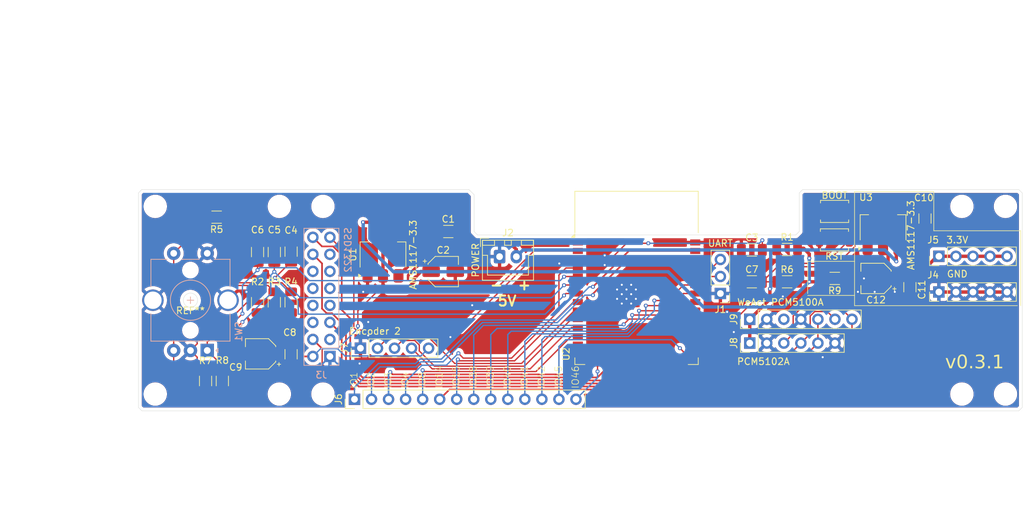
<source format=kicad_pcb>
(kicad_pcb (version 20241229) (generator "pcbnew") (generator_version "9.0")
  (layers (0 "F.Cu" signal) (2 "B.Cu" signal) (13 "F.Paste" user) (15 "B.Paste" user) (5 "F.SilkS" user "F.Silkscreen") (7 "B.SilkS" user "B.Silkscreen") (1 "F.Mask" user) (3 "B.Mask" user) (25 "Edge.Cuts" user))
  (net 0 "")
  (net 1 "GND")
  (net 2 "CHIP_PU")
  (net 3 "GPIO0")
  (net 4 "V_in")
  (net 5 "3.3V")
  (net 6 "RXD0")
  (net 7 "TXD0")
  (net 8 "3.3V_2")
  (net 9 "GPIO8")
  (net 10 "GPIO15")
  (net 11 "GPIO41")
  (net 12 "GPIO46")
  (net 13 "GPIO4")
  (net 14 "GPIO40")
  (net 15 "GPIO2")
  (net 16 "GPIO39")
  (net 17 "GPIO3")
  (net 18 "GPIO14")
  (net 19 "GPIO1")
  (net 20 "GPIO38")
  (net 21 "GPIO45")
  (net 22 "GPIO42")
  (net 23 "SCLK")
  (net 24 "{slash}CS")
  (net 25 "{slash}DC")
  (net 26 "MOSI")
  (net 27 "BCK")
  (net 28 "LCK")
  (net 29 "DIN")
  (net 30 "S1E1")
  (net 31 "S2E1")
  (net 32 "K_E1")
  (net 33 "K_E2")
  (net 34 "S1E2")
  (net 35 "S2E2")
  (net 36 "Net-(R3-Pad2)")
  (net 37 "Net-(R4-Pad2)")
  (net 48 "Net-(R2-Pad2)")
  (footprint "MountingHole:MountingHole_2.5mm" (layer "F.Cu") (at 205 52.5)
    (property "Reference" "REF**" (hide yes))
    (property "Value" "MountingHole_2.5mm" (hide yes))
  )
  (footprint "Resistor_SMD:R_1206_3216Metric_Pad1.30x1.75mm_HandSolder" (layer "F.Cu") (at 88.25 78.55 90)
    (property "Reference" "R8")
    (property "Value" "10k")
  )
  (footprint "Capacitor_SMD:C_1206_3216Metric_Pad1.33x1.80mm_HandSolder" (layer "F.Cu") (at 93.5 59.3125 90)
    (property "Reference" "C6")
    (property "Value" "100n")
  )
  (footprint "Package_TO_SOT_SMD:SOT-223-3_TabPin2" (layer "F.Cu") (at 186.75 55.65 90)
    (property "Reference" "U3")
    (property "Value" "AMS1117-3.3")
  )
  (footprint "Capacitor_SMD:C_1206_3216Metric_Pad1.33x1.80mm_HandSolder" (layer "F.Cu") (at 98.5 59.25 90)
    (property "Reference" "C4")
    (property "Value" "100n")
  )
  (footprint "MountingHole:MountingHole_2.5mm" (layer "F.Cu") (at 96.75 52.5)
    (property "Reference" "REF**" (hide yes))
    (property "Value" "MountingHole_2.5mm" (hide yes))
  )
  (footprint "RF_Module:ESP32-S3-WROOM-1" (layer "F.Cu") (at 150 63.14)
    (property "Reference" "U2")
    (property "Value" "ESP32-S3-WROOM-1" (hide yes))
  )
  (footprint "" (layer "F.Cu") (at 83.5 62)
    (property "Reference" "")
    (property "Value" "")
  )
  (footprint "Capacitor_SMD:C_1206_3216Metric_Pad1.33x1.80mm_HandSolder" (layer "F.Cu") (at 98.5 74.5625 -90)
    (property "Reference" "C8")
    (property "Value" "100n")
  )
  (footprint "Connector_PinHeader_2.54mm:PinHeader_1x05_P2.54mm_Vertical" (layer "F.Cu") (at 195.072 59.944 90)
    (property "Reference" "J5")
    (property "Value" "3.3V")
  )
  (footprint "Package_TO_SOT_SMD:SOT-223-3_TabPin2" (layer "F.Cu") (at 112.2 59.715 90)
    (property "Reference" "U1")
    (property "Value" "AMS1117-3.3")
  )
  (footprint "Connector_PinHeader_2.54mm:PinHeader_1x05_P2.54mm_Vertical" (layer "F.Cu") (at 195.072 65.278 90)
    (property "Reference" "J4")
    (property "Value" "GND")
  )
  (footprint "Connector_PinHeader_2.54mm:PinHeader_1x14_P2.54mm_Vertical" (layer "F.Cu") (at 107.95 81.28 90)
    (property "Reference" "J6")
    (property "Value" "GPIO")
  )
  (footprint "MountingHole:MountingHole_2.5mm" (layer "F.Cu") (at 205 80.5)
    (property "Reference" "REF**" (hide yes))
    (property "Value" "MountingHole_2.5mm" (hide yes))
  )
  (footprint "Resistor_SMD:R_1206_3216Metric_Pad1.30x1.75mm_HandSolder" (layer "F.Cu") (at 98.5 66.8 90)
    (property "Reference" "R4")
    (property "Value" "10k")
  )
  (footprint "Connector_PinHeader_2.54mm:PinHeader_1x05_P2.54mm_Vertical" (layer "F.Cu") (at 108.84 73.66 90)
    (property "Reference" "J7")
    (property "Value" "Encoder 2")
  )
  (footprint "Button_Switch_SMD:SW_SPST_TS-1088-xR025" (layer "F.Cu") (at 179.525 53.25)
    (property "Reference" "S2" (hide yes))
    (property "Value" "BOOT")
  )
  (footprint "Capacitor_SMD:C_1206_3216Metric_Pad1.33x1.80mm_HandSolder" (layer "F.Cu") (at 193 54.3125 -90)
    (property "Reference" "C10")
    (property "Value" "100n")
  )
  (footprint "Connector_PinHeader_2.54mm:PinHeader_1x06_P2.54mm_Vertical" (layer "F.Cu") (at 166.878 72.898 90)
    (property "Reference" "J8")
    (property "Value" "PCM5102A")
  )
  (footprint "MountingHole:MountingHole_2.5mm" (layer "F.Cu") (at 103.25 52.5)
    (property "Reference" "REF**" (hide yes))
    (property "Value" "MountingHole_2.5mm" (hide yes))
  )
  (footprint "Resistor_SMD:R_1206_3216Metric_Pad1.30x1.75mm_HandSolder" (layer "F.Cu") (at 179.552 63.246 180)
    (property "Reference" "R9")
    (property "Value" "10R")
  )
  (footprint "Resistor_SMD:R_1206_3216Metric_Pad1.30x1.75mm_HandSolder" (layer "F.Cu") (at 87.402 54.102 180)
    (property "Reference" "R5")
    (property "Value" "10k")
  )
  (footprint "Capacitor_SMD:CP_Elec_4x3.9" (layer "F.Cu") (at 121.18 62.23)
    (property "Reference" "C2")
    (property "Value" "10u")
  )
  (footprint "Capacitor_SMD:CP_Elec_4x3.9" (layer "F.Cu") (at 185.7 63.25 180)
    (property "Reference" "C12")
    (property "Value" "10u")
  )
  (footprint "MountingHole:MountingHole_2.5mm" (layer "F.Cu") (at 78.25 80.5)
    (property "Reference" "REF**" (hide yes))
    (property "Value" "MountingHole_2.5mm" (hide yes))
  )
  (footprint "MountingHole:MountingHole_2.5mm" (layer "F.Cu") (at 103.25 80.5)
    (property "Reference" "REF**" (hide yes))
    (property "Value" "MountingHole_2.5mm" (hide yes))
  )
  (footprint "Capacitor_SMD:C_1206_3216Metric_Pad1.33x1.80mm_HandSolder" (layer "F.Cu") (at 190.75 64.5545 -90)
    (property "Reference" "C11")
    (property "Value" "100n")
  )
  (footprint "Capacitor_SMD:C_1206_3216Metric_Pad1.33x1.80mm_HandSolder" (layer "F.Cu") (at 167.1875 59)
    (property "Reference" "C3")
    (property "Value" "100n")
  )
  (footprint "Resistor_SMD:R_1206_3216Metric_Pad1.30x1.75mm_HandSolder" (layer "F.Cu") (at 93.5 66.8 90)
    (property "Reference" "R2")
    (property "Value" "10k")
  )
  (footprint "Resistor_SMD:R_1206_3216Metric_Pad1.30x1.75mm_HandSolder" (layer "F.Cu") (at 85.75 78.55 90)
    (property "Reference" "R7")
    (property "Value" "10k")
  )
  (footprint "Resistor_SMD:R_1206_3216Metric_Pad1.30x1.75mm_HandSolder" (layer "F.Cu") (at 172.45 58.928)
    (property "Reference" "R1")
    (property "Value" "10k")
  )
  (footprint "Capacitor_SMD:C_1206_3216Metric_Pad1.33x1.80mm_HandSolder" (layer "F.Cu") (at 96 59.3125 90)
    (property "Reference" "C5")
    (property "Value" "100n")
  )
  (footprint "MountingHole:MountingHole_2.5mm" (layer "F.Cu") (at 96.75 80.5)
    (property "Reference" "REF**" (hide yes))
    (property "Value" "MountingHole_2.5mm" (hide yes))
  )
  (footprint "Capacitor_SMD:C_1206_3216Metric_Pad1.33x1.80mm_HandSolder" (layer "F.Cu") (at 121.9375 56.25)
    (property "Reference" "C1")
    (property "Value" "100n")
  )
  (footprint "MountingHole:MountingHole_2.5mm" (layer "F.Cu") (at 198.5 52.5)
    (property "Reference" "REF**" (hide yes))
    (property "Value" "MountingHole_2.5mm" (hide yes))
  )
  (footprint "MountingHole:MountingHole_2.5mm" (layer "F.Cu") (at 78.25 52.5)
    (property "Reference" "REF**" (hide yes))
    (property "Value" "MountingHole_2.5mm" (hide yes))
  )
  (footprint "MountingHole:MountingHole_2.5mm" (layer "F.Cu") (at 198.5 80.5)
    (property "Reference" "REF**" (hide yes))
    (property "Value" "MountingHole_2.5mm" (hide yes))
  )
  (footprint "Capacitor_SMD:C_1206_3216Metric_Pad1.33x1.80mm_HandSolder" (layer "F.Cu") (at 167.1875 63.75)
    (property "Reference" "C7")
    (property "Value" "100n")
  )
  (footprint "Resistor_SMD:R_1206_3216Metric_Pad1.30x1.75mm_HandSolder" (layer "F.Cu") (at 96 66.8 90)
    (property "Reference" "R3")
    (property "Value" "10k")
  )
  (footprint "Resistor_SMD:R_1206_3216Metric_Pad1.30x1.75mm_HandSolder" (layer "F.Cu") (at 172.45 63.75)
    (property "Reference" "R6")
    (property "Value" "10k")
  )
  (footprint "Connector_PinHeader_2.54mm:PinHeader_1x03_P2.54mm_Vertical" (layer "F.Cu") (at 162.5 65.5 180)
    (property "Reference" "J1")
    (property "Value" "UART")
  )
  (footprint "Connector_JST:JST_XH_B2B-XH-A_1x02_P2.50mm_Vertical" (layer "F.Cu") (at 129.58 60)
    (property "Reference" "J2")
    (property "Value" "POWER")
  )
  (footprint "Button_Switch_SMD:SW_SPST_TS-1088-xR025" (layer "F.Cu") (at 179.5 57.5)
    (property "Reference" "S1" (hide yes))
    (property "Value" "RST")
  )
  (footprint "Connector_PinHeader_2.54mm:PinHeader_1x07_P2.54mm_Vertical" (layer "F.Cu") (at 166.878 69.342 90)
    (property "Reference" "J9")
    (property "Value" "WeAct PCM5100A")
  )
  (footprint "MountingHole:MountingHole_2mm" (layer "F.Cu") (at 83.5 71)
    (property "Reference" "REF**")
    (property "Value" "MountingHole_2mm")
  )
  (footprint "Capacitor_SMD:CP_Elec_4x3.9" (layer "F.Cu") (at 93.95 74.5 180)
    (property "Reference" "C9")
    (property "Value" "10u")
  )
  (footprint "Connector_PinSocket_2.54mm:PinSocket_2x08_P2.54mm_Vertical" (layer "B.Cu") (at 104.29 74.89)
    (property "Reference" "J3")
    (property "Value" "SSD1322")
  )
  (footprint "Rotary_Encoder:RotaryEncoder_Alps_EC11E-Switch_Vertical_H20mm_CircularMountingHoles" (layer "B.Cu") (at 86 74 90)
    (property "Reference" "SW1")
    (property "Value" "RotaryEncoder_Switch_MP")
  )
  (gr_line (start 182.5 50.292) (end 182.5 67.31) (stroke (width 0.1)) (layer "F.SilkS"))
  (gr_line (start 182.5 67.31) (end 206.764 67.31) (stroke (width 0.1)) (layer "F.SilkS"))
  (gr_line (start 182.5 60.706) (end 175.514 60.706) (stroke (width 0.1)) (layer "F.SilkS"))
  (gr_line (start 207.264 67.31) (end 207.264 56.134) (stroke (width 0.1)) (layer "F.SilkS"))
  (gr_line (start 194.31 56.134) (end 194.31 50.292) (stroke (width 0.1)) (layer "F.SilkS"))
  (gr_line (start 194.31 50.292) (end 182.5 50.292) (stroke (width 0.1)) (layer "F.SilkS"))
  (gr_line (start 207.264 56.134) (end 194.31 56.134) (stroke (width 0.1)) (layer "F.SilkS"))
  (gr_line (start 175.514 65.786) (end 182.5 65.786) (stroke (width 0.1)) (layer "F.SilkS"))
  (gr_line (start 175.514 60.706) (end 175.514 65.502) (stroke (width 0.1)) (layer "F.SilkS"))
  (gr_line (start 76.25 49.971) (end 125 49.971) (stroke (width 0.05)) (layer "Edge.Cuts"))
  (gr_line (start 207 83) (end 76.25 83) (stroke (width 0.05)) (layer "Edge.Cuts"))
  (gr_line (start 174.75 50) (end 207 50) (stroke (width 0.05)) (layer "Edge.Cuts"))
  (gr_line (start 126.279 56.75) (end 173.75 56.75) (stroke (width 0.05)) (layer "Edge.Cuts"))
  (gr_line (start 174.25 56.25) (end 174.25 50.5) (stroke (width 0.05)) (layer "Edge.Cuts"))
  (gr_line (start 125.779 56.25) (end 126.279 56.75) (stroke (width 0.05)) (layer "Edge.Cuts"))
  (gr_line (start 75.75 82.5) (end 75.75 50.5) (stroke (width 0.05)) (layer "Edge.Cuts"))
  (gr_line (start 125.779 50.75) (end 125.779 56.25) (stroke (width 0.05)) (layer "Edge.Cuts"))
  (gr_line (start 207 50) (end 207.5 50.5) (stroke (width 0.05)) (layer "Edge.Cuts"))
  (gr_line (start 207.5 82.5) (end 207 83) (stroke (width 0.05)) (layer "Edge.Cuts"))
  (gr_line (start 76.25 83) (end 75.75 82.5) (stroke (width 0.05)) (layer "Edge.Cuts"))
  (gr_line (start 173.75 56.75) (end 174.25 56.25) (stroke (width 0.05)) (layer "Edge.Cuts"))
  (gr_line (start 174.25 50.5) (end 174.75 50) (stroke (width 0.05)) (layer "Edge.Cuts"))
  (gr_line (start 125 49.971) (end 125.779 50.75) (stroke (width 0.05)) (layer "Edge.Cuts"))
  (gr_line (start 75.75 50.5) (end 76.25 49.971) (stroke (width 0.05)) (layer "Edge.Cuts"))
  (gr_line (start 207.5 50.5) (end 207.5 82.5) (stroke (width 0.05)) (layer "Edge.Cuts"))
  (gr_circle (center 83.5 66.5) (end 84.25 65.75) (stroke (width 0.05)) (fill no) (layer "Edge.Cuts"))
  (gr_text "IO39" (at 128.778 79.756 90) (layer "F.SilkS") (effects (font (size 1 1) (thickness 0.1)) (justify left bottom)))
  (gr_text "IO14" (at 121.158 79.756 90) (layer "F.SilkS") (effects (font (size 1 1) (thickness 0.1)) (justify left bottom)))
  (gr_text "IO38" (at 126.238 79.756 90) (layer "F.SilkS") (effects (font (size 1 1) (thickness 0.1)) (justify left bottom)))
  (gr_text "IO1" (at 108.458 79.756 90) (layer "F.SilkS") (effects (font (size 1 1) (thickness 0.1)) (justify left bottom)))
  (gr_text "IO4" (at 116.078 79.756 90) (layer "F.SilkS") (effects (font (size 1 1) (thickness 0.1)) (justify left bottom)))
  (gr_text "v0.3.1" (at 196 77 0) (layer "F.SilkS") (effects (font (size 2 2)) (justify left bottom)))
  (gr_text "IO3" (at 113.538 79.756 90) (layer "F.SilkS") (effects (font (size 1 1) (thickness 0.1)) (justify left bottom)))
  (gr_text "IO41" (at 133.858 79.756 90) (layer "F.SilkS") (effects (font (size 1 1) (thickness 0.1)) (justify left bottom)))
  (gr_text "IO45" (at 138.938 79.756 90) (layer "F.SilkS") (effects (font (size 1 1) (thickness 0.1)) (justify left bottom)))
  (gr_text "IO40" (at 131.318 79.756 90) (layer "F.SilkS") (effects (font (size 1 1) (thickness 0.1)) (justify left bottom)))
  (gr_text "IO42" (at 136.398 79.756 90) (layer "F.SilkS") (effects (font (size 1 1) (thickness 0.1)) (justify left bottom)))
  (gr_text "IO46" (at 141.478 79.756 90) (layer "F.SilkS") (effects (font (size 1 1) (thickness 0.1)) (justify left bottom)))
  (gr_text "IO8" (at 118.618 79.756 90) (layer "F.SilkS") (effects (font (size 1 1) (thickness 0.1)) (justify left bottom)))
  (gr_text "IO15" (at 123.698 79.756 90) (layer "F.SilkS") (effects (font (size 1 1) (thickness 0.1)) (justify left bottom)))
  (gr_text "-  +\n 5V" (at 128 67.5 0) (layer "F.SilkS") (effects (font (size 1.5 1.5) (thickness 0.3) (bold yes)) (justify left bottom)))
  (gr_text "IO2\n" (at 110.998 79.756 90) (layer "F.SilkS") (effects (font (size 1 1) (thickness 0.1)) (justify left bottom)))
  (segment (start 90.35 65.25) (end 91.85 65.25) (width 0.2) (layer "F.Cu") (net 1))
  (segment (start 84.5 73) (end 84.5 72.5) (width 0.2) (layer "F.Cu") (net 1))
  (segment (start 89.1 66.5) (end 90.35 65.25) (width 0.2) (layer "F.Cu") (net 1))
  (segment (start 202.692 65.278) (end 200.152 65.278) (width 0.5) (layer "F.Cu") (net 1))
  (segment (start 200.152 65.278) (end 197.612 65.278) (width 0.5) (layer "F.Cu") (net 1))
  (segment (start 83.5 74) (end 84.5 73) (width 0.2) (layer "F.Cu") (net 1))
  (segment (start 108.84 73.66) (end 108.84 75.818) (width 0.25) (layer "F.Cu") (net 1))
  (segment (start 84.5 75) (end 84.5 75.75) (width 0.2) (layer "F.Cu") (net 1))
  (segment (start 205.232 65.278) (end 202.692 65.278) (width 0.5) (layer "F.Cu") (net 1))
  (segment (start 108.84 75.818) (end 108.712 75.946) (width 0.25) (layer "F.Cu") (net 1))
  (segment (start 197.612 65.278) (end 195.072 65.278) (width 0.5) (layer "F.Cu") (net 1))
  (segment (start 83.566 74.066) (end 83.5 74) (width 0.2) (layer "F.Cu") (net 1))
  (segment (start 83.5 74) (end 84.5 75) (width 0.2) (layer "F.Cu") (net 1))
  (via (at 109.25 65.25) (size 0.6) (drill 0.3) (layers "F.Cu" "B.Cu") (net 1))
  (via (at 145.25 61.25) (size 0.6) (drill 0.3) (layers "F.Cu" "B.Cu") (net 1))
  (via (at 183 65.25) (size 0.6) (drill 0.3) (layers "F.Cu" "B.Cu") (net 1))
  (via (at 185.5 65.25) (size 0.6) (drill 0.3) (layers "F.Cu" "B.Cu") (net 1))
  (via (at 122.25 72) (size 0.6) (drill 0.3) (layers "F.Cu" "B.Cu") (net 1))
  (via (at 138.481729 61.019999) (size 0.6) (drill 0.3) (layers "F.Cu" "B.Cu") (net 1))
  (via (at 183.9 63.25) (size 0.6) (drill 0.3) (layers "F.Cu" "B.Cu") (net 1))
  (via (at 171.806423 65.935855) (size 0.6) (drill 0.3) (layers "F.Cu" "B.Cu") (net 1))
  (via (at 91.85 65.25) (size 0.6) (drill 0.3) (layers "F.Cu" "B.Cu") (net 1))
  (via (at 164.5 71.25) (size 0.6) (drill 0.3) (layers "F.Cu" "B.Cu") (net 1))
  (via (at 110 69.75) (size 0.6) (drill 0.3) (layers "F.Cu" "B.Cu") (net 1))
  (via (at 177.75 75) (size 0.6) (drill 0.3) (layers "F.Cu" "B.Cu") (net 1))
  (via (at 125.5 67.25) (size 0.6) (drill 0.3) (layers "F.Cu" "B.Cu") (net 1))
  (via (at 108.712 75.946) (size 0.6) (drill 0.3) (layers "F.Cu" "B.Cu") (net 1))
  (via (at 145.25 59.82) (size 0.6) (drill 0.3) (layers "F.Cu" "B.Cu") (net 1))
  (via (at 163.5 68.25) (size 0.6) (drill 0.3) (layers "F.Cu" "B.Cu") (net 1))
  (via (at 188.5 65.25) (size 0.6) (drill 0.3) (layers "F.Cu" "B.Cu") (net 1))
  (via (at 110 71.75) (size 0.6) (drill 0.3) (layers "F.Cu" "B.Cu") (net 1))
  (segment (start 104.29 74.89) (end 102.98 76.2) (width 0.25) (layer "B.Cu") (net 1))
  (segment (start 105.346 75.946) (end 104.29 74.89) (width 0.25) (layer "B.Cu") (net 1))
  (segment (start 108.712 75.946) (end 105.346 75.946) (width 0.25) (layer "B.Cu") (net 1))
  (segment (start 172.972 61) (end 178.225 61) (width 0.2) (layer "F.Cu") (net 2))
  (segment (start 146 60.42) (end 141.25 60.42) (width 0.2) (layer "F.Cu") (net 2))
  (segment (start 170.828 59) (end 170.9 58.928) (width 0.2) (layer "F.Cu") (net 2))
  (segment (start 123.812232 70.959) (end 108.209057 70.959) (width 0.2) (layer "F.Cu") (net 2))
  (segment (start 168.75 57.55) (end 168.75 59) (width 0.2) (layer "F.Cu") (net 2))
  (segment (start 146 60.42) (end 146.08 60.42) (width 0.2) (layer "F.Cu") (net 2))
  (segment (start 148.5 58) (end 151.75 58) (width 0.2) (layer "F.Cu") (net 2))
  (segment (start 146.08 60.42) (end 148.5 58) (width 0.2) (layer "F.Cu") (net 2))
  (segment (start 168.75 59) (end 170.828 59) (width 0.2) (layer "F.Cu") (net 2))
  (segment (start 134.351232 60.42) (end 123.812232 70.959) (width 0.2) (layer "F.Cu") (net 2))
  (segment (start 107.857 60.677) (end 104.29 57.11) (width 0.2) (layer "F.Cu") (net 2))
  (segment (start 108.209057 70.959) (end 107.857 70.606943) (width 0.2) (layer "F.Cu") (net 2))
  (segment (start 107.857 70.606943) (end 107.857 60.677) (width 0.2) (layer "F.Cu") (net 2))
  (segment (start 178.225 61) (end 181.725 57.5) (width 0.2) (layer "F.Cu") (net 2))
  (segment (start 141.25 60.42) (end 134.351232 60.42) (width 0.2) (layer "F.Cu") (net 2))
  (segment (start 170.9 58.928) (end 172.972 61) (width 0.2) (layer "F.Cu") (net 2))
  (segment (start 146.082 60.42) (end 146 60.42) (width 0.2) (layer "F.Cu") (net 2))
  (via (at 151.75 58) (size 0.6) (drill 0.3) (layers "F.Cu" "B.Cu") (net 2))
  (via (at 168.75 57.55) (size 0.6) (drill 0.3) (layers "F.Cu" "B.Cu") (net 2))
  (segment (start 167.25 58) (end 168.3 58) (width 0.2) (layer "B.Cu") (net 2))
  (segment (start 151.75 58) (end 167.25 58) (width 0.2) (layer "B.Cu") (net 2))
  (segment (start 168.3 58) (end 168.75 57.55) (width 0.2) (layer "B.Cu") (net 2))
  (segment (start 159.7 74.39) (end 158.75 74.39) (width 0.2) (layer "F.Cu") (net 3))
  (segment (start 168.75 63.75) (end 171 61.5) (width 0.2) (layer "F.Cu") (net 3))
  (segment (start 159.798 74.39) (end 158.75 74.39) (width 0.2) (layer "F.Cu") (net 3))
  (segment (start 168.75 63.75) (end 168.75 65.34) (width 0.2) (layer "F.Cu") (net 3))
  (segment (start 182.551 58.48516) (end 182.551 54.051) (width 0.2) (layer "F.Cu") (net 3))
  (segment (start 171 61.5) (end 179.53616 61.5) (width 0.2) (layer "F.Cu") (net 3))
  (segment (start 179.53616 61.5) (end 182.551 58.48516) (width 0.2) (layer "F.Cu") (net 3))
  (segment (start 168.75 63.75) (end 170.9 63.75) (width 0.2) (layer "F.Cu") (net 3))
  (segment (start 182.551 54.051) (end 181.75 53.25) (width 0.2) (layer "F.Cu") (net 3))
  (segment (start 168.75 65.34) (end 159.7 74.39) (width 0.2) (layer "F.Cu") (net 3))
  (segment (start 119.199 58.166) (end 114.5 62.865) (width 0.5) (layer "F.Cu") (net 4))
  (segment (start 119.199 58.166) (end 119.199 57.426) (width 0.5) (layer "F.Cu") (net 4))
  (segment (start 188.722 59.128) (end 189.05 58.8) (width 0.5) (layer "F.Cu") (net 4))
  (segment (start 188.722 60.706) (end 188.722 59.128) (width 0.5) (layer "F.Cu") (net 4))
  (segment (start 169.882184 64.800339) (end 169.882184 66.337816) (width 0.5) (layer "F.Cu") (net 4))
  (segment (start 189.05 58.8) (end 189.05 56.7) (width 0.5) (layer "F.Cu") (net 4))
  (segment (start 166.878 69.342) (end 166.878 72.898) (width 0.5) (layer "F.Cu") (net 4))
  (segment (start 169.882184 66.337816) (end 166.878 69.342) (width 0.5) (layer "F.Cu") (net 4))
  (segment (start 132.08 58.928) (end 131.318 58.166) (width 0.5) (layer "F.Cu") (net 4))
  (segment (start 131.318 58.166) (end 119.199 58.166) (width 0.5) (layer "F.Cu") (net 4))
  (segment (start 119.199 57.426) (end 120.375 56.25) (width 0.5) (layer "F.Cu") (net 4))
  (segment (start 132.08 60) (end 132.08 58.928) (width 0.5) (layer "F.Cu") (net 4))
  (segment (start 189.05 56.7) (end 193 52.75) (width 0.5) (layer "F.Cu") (net 4))
  (via (at 188.722 60.706) (size 0.6) (drill 0.3) (layers "F.Cu" "B.Cu") (net 4))
  (via (at 169.882184 64.800339) (size 0.6) (drill 0.3) (layers "F.Cu" "B.Cu") (net 4))
  (segment (start 170 64.682523) (end 169.882184 64.800339) (width 0.5) (layer "B.Cu") (net 4))
  (segment (start 175.25 59) (end 175.285925 59) (width 0.5) (layer "B.Cu") (net 4))
  (segment (start 133.08 59) (end 132.08 60) (width 0.5) (layer "B.Cu") (net 4))
  (segment (start 188.722 60.706) (end 187.016 59) (width 0.5) (layer "B.Cu") (net 4))
  (segment (start 187.016 59) (end 133.08 59) (width 0.5) (layer "B.Cu") (net 4))
  (segment (start 170 59) (end 170 64.682523) (width 0.5) (layer "B.Cu") (net 4))
  (segment (start 96 68.35) (end 98.5 68.35) (width 0.2) (layer "F.Cu") (net 5))
  (segment (start 175.75 59.598) (end 174.902 58.75) (width 0.5) (layer "F.Cu") (net 5))
  (segment (start 175.75 63.75) (end 174 63.75) (width 0.5) (layer "F.Cu") (net 5))
  (segment (start 113.03 65.024) (end 115.57 65.024) (width 0.5) (layer "F.Cu") (net 5))
  (segment (start 110.499 54.864) (end 112.2 56.565) (width 0.5) (layer "F.Cu") (net 5))
  (segment (start 115.57 65.024) (end 116.84 63.754) (width 0.5) (layer "F.Cu") (net 5))
  (segment (start 98.5 73) (end 97.25 73) (width 0.2) (layer "F.Cu") (net 5))
  (segment (start 112.2 56.565) (end 112.2 62.865) (width 0.5) (layer "F.Cu") (net 5))
  (segment (start 112.268 64.262) (end 113.03 65.024) (width 0.5) (layer "F.Cu") (net 5))
  (segment (start 99.655 74.89) (end 98.5 73.735) (width 0.25) (layer "F.Cu") (net 5))
  (segment (start 177.498 63.75) (end 178.002 63.246) (width 0.5) (layer "F.Cu") (net 5))
  (segment (start 116.84 63.754) (end 116.84 63.246) (width 0.5) (layer "F.Cu") (net 5))
  (segment (start 175.75 60.25) (end 175.75 59.598) (width 0.5) (layer "F.Cu") (net 5))
  (segment (start 93.5 68.35) (end 96 68.35) (width 0.2) (layer "F.Cu") (net 5))
  (segment (start 112.2 64.194) (end 112.268 64.262) (width 0.5) (layer "F.Cu") (net 5))
  (segment (start 98.5 68.35) (end 98.5 73) (width 0.2) (layer "F.Cu") (net 5))
  (segment (start 109.22 54.864) (end 110.499 54.864) (width 0.5) (layer "F.Cu") (net 5))
  (segment (start 117.856 62.23) (end 119.38 62.23) (width 0.5) (layer "F.Cu") (net 5))
  (segment (start 128.83376 65.024) (end 115.57 65.024) (width 0.2) (layer "F.Cu") (net 5))
  (segment (start 112.2 62.865) (end 112.2 64.194) (width 0.5) (layer "F.Cu") (net 5))
  (segment (start 116.84 63.246) (end 117.856 62.23) (width 0.5) (layer "F.Cu") (net 5))
  (segment (start 141.25 59.15) (end 134.70776 59.15) (width 0.2) (layer "F.Cu") (net 5))
  (segment (start 108.458 68.072) (end 112.268 64.262) (width 0.2) (layer "F.Cu") (net 5))
  (segment (start 119.04 62.57) (end 119.38 62.23) (width 0.5) (layer "F.Cu") (net 5))
  (segment (start 174.254 59.182) (end 174 58.928) (width 0.25) (layer "F.Cu") (net 5))
  (segment (start 97.25 73) (end 95.75 74.5) (width 0.2) (layer "F.Cu") (net 5))
  (segment (start 134.70776 59.15) (end 128.83376 65.024) (width 0.2) (layer "F.Cu") (net 5))
  (segment (start 99.655 74.89) (end 101.75 74.89) (width 0.25) (layer "F.Cu") (net 5))
  (segment (start 174.178 58.75) (end 174 58.928) (width 0.5) (layer "F.Cu") (net 5))
  (segment (start 98.5 73.735) (end 98.5 73) (width 0.25) (layer "F.Cu") (net 5))
  (segment (start 174.902 58.75) (end 174.178 58.75) (width 0.5) (layer "F.Cu") (net 5))
  (segment (start 174.004 63.754) (end 174 63.75) (width 0.25) (layer "F.Cu") (net 5))
  (segment (start 175.75 63.75) (end 177.498 63.75) (width 0.5) (layer "F.Cu") (net 5))
  (segment (start 108.458 70.358) (end 108.458 68.072) (width 0.2) (layer "F.Cu") (net 5))
  (via (at 175.75 63.75) (size 0.6) (drill 0.3) (layers "F.Cu" "B.Cu") (net 5))
  (via (at 109.22 54.864) (size 0.6) (drill 0.3) (layers "F.Cu" "B.Cu") (net 5))
  (via (at 175.75 60.25) (size 0.6) (drill 0.3) (layers "F.Cu" "B.Cu") (net 5))
  (via (at 108.458 70.358) (size 0.6) (drill 0.3) (layers "F.Cu" "B.Cu") (net 5))
  (segment (start 117.849 74.811) (end 106.513 74.811) (width 0.2) (layer "B.Cu") (net 5))
  (segment (start 108.458 70.722) (end 108.458 70.358) (width 0.2) (layer "B.Cu") (net 5))
  (segment (start 138.871925 62.25) (end 113.75 62.25) (width 0.5) (layer "B.Cu") (net 5))
  (segment (start 109.25 54.894) (end 109.22 54.864) (width 0.5) (layer "B.Cu") (net 5))
  (segment (start 106.513 74.811) (end 105.441 73.739) (width 0.2) (layer "B.Cu") (net 5))
  (segment (start 175.75 63.75) (end 175.75 60.25) (width 0.5) (layer "B.Cu") (net 5))
  (segment (start 172 67.5) (end 159.956 67.5) (width 0.5) (layer "B.Cu") (net 5))
  (segment (start 159.956 67.5) (end 154.706 62.25) (width 0.5) (layer "B.Cu") (net 5))
  (segment (start 113.75 62.25) (end 109.25 57.75) (width 0.5) (layer "B.Cu") (net 5))
  (segment (start 138.880925 62.241) (end 138.871925 62.25) (width 0.5) (layer "B.Cu") (net 5))
  (segment (start 105.441 73.739) (end 102.901 73.739) (width 0.2) (layer "B.Cu") (net 5))
  (segment (start 119 73.66) (end 117.849 74.811) (width 0.2) (layer "B.Cu") (net 5))
  (segment (start 105.441 73.739) (end 108.458 70.722) (width 0.2) (layer "B.Cu") (net 5))
  (segment (start 102.901 73.739) (end 101.75 74.89) (width 0.2) (layer "B.Cu") (net 5))
  (segment (start 154.706 62.25) (end 139.512075 62.25) (width 0.5) (layer "B.Cu") (net 5))
  (segment (start 109.25 57.75) (end 109.25 54.894) (width 0.5) (layer "B.Cu") (net 5))
  (segment (start 139.512075 62.25) (end 139.503075 62.241) (width 0.5) (layer "B.Cu") (net 5))
  (segment (start 175.75 63.75) (end 172 67.5) (width 0.5) (layer "B.Cu") (net 5))
  (segment (start 139.503075 62.241) (end 138.880925 62.241) (width 0.5) (layer "B.Cu") (net 5))
  (segment (start 158.75 62.96) (end 162.5 62.96) (width 0.2) (layer "F.Cu") (net 6))
  (segment (start 161.23 61.69) (end 162.5 60.42) (width 0.2) (layer "F.Cu") (net 7))
  (segment (start 158.75 61.69) (end 161.23 61.69) (width 0.2) (layer "F.Cu") (net 7))
  (segment (start 202.692 59.944) (end 200.152 59.944) (width 0.5) (layer "F.Cu") (net 8))
  (segment (start 194.818 59.944) (end 191.77 62.992) (width 0.5) (layer "F.Cu") (net 8))
  (segment (start 205.232 59.944) (end 202.692 59.944) (width 0.5) (layer "F.Cu") (net 8))
  (segment (start 197.612 59.944) (end 195.072 59.944) (width 0.5) (layer "F.Cu") (net 8))
  (segment (start 191.77 62.992) (end 190.75 62.992) (width 0.5) (layer "F.Cu") (net 8))
  (segment (start 190.75 62.992) (end 187.758 62.992) (width 0.5) (layer "F.Cu") (net 8))
  (segment (start 195.072 59.944) (end 194.818 59.944) (width 0.5) (layer "F.Cu") (net 8))
  (segment (start 187.5 59.55) (end 186.75 58.8) (width 0.5) (layer "F.Cu") (net 8))
  (segment (start 186.75 58.8) (end 186.75 52.5) (width 0.5) (layer "F.Cu") (net 8))
  (segment (start 187.5 63.25) (end 186.249 61.999) (width 0.5) (layer "F.Cu") (net 8))
  (segment (start 187.5 63.25) (end 187.5 59.55) (width 0.5) (layer "F.Cu") (net 8))
  (segment (start 186.249 61.999) (end 182.349 61.999) (width 0.5) (layer "F.Cu") (net 8))
  (segment (start 187.758 62.992) (end 187.5 63.25) (width 0.5) (layer "F.Cu") (net 8))
  (segment (start 182.349 61.999) (end 181.102 63.246) (width 0.5) (layer "F.Cu") (net 8))
  (segment (start 200.152 59.944) (end 197.612 59.944) (width 0.5) (layer "F.Cu") (net 8))
  (segment (start 135.005 77.145) (end 118.618 77.145) (width 0.2) (layer "F.Cu") (net 9))
  (segment (start 118.309 77.145) (end 118.11 76.946) (width 0.2) (layer "F.Cu") (net 9))
  (segment (start 118.618 77.145) (end 118.309 77.145) (width 0.2) (layer "F.Cu") (net 9))
  (segment (start 140.3 71.85) (end 135.005 77.145) (width 0.2) (layer "F.Cu") (net 9))
  (segment (start 141.25 71.85) (end 140.3 71.85) (width 0.2) (layer "F.Cu") (net 9))
  (via (at 118.11 76.946) (size 0.6) (drill 0.3) (layers "F.Cu" "B.Cu") (net 9))
  (segment (start 118.11 76.946) (end 118.11 81.28) (width 0.2) (layer "B.Cu") (net 9))
  (segment (start 131.826 75.541) (end 140.597 66.77) (width 0.2) (layer "F.Cu") (net 10))
  (segment (start 140.597 66.77) (end 141.25 66.77) (width 0.2) (layer "F.Cu") (net 10))
  (segment (start 123.357493 75.342) (end 123.453493 75.438) (width 0.2) (layer "F.Cu") (net 10))
  (segment (start 123.453493 75.447493) (end 123.547 75.541) (width 0.2) (layer "F.Cu") (net 10))
  (segment (start 123.547 75.541) (end 131.826 75.541) (width 0.2) (layer "F.Cu") (net 10))
  (segment (start 123.453493 75.438) (end 123.453493 75.447493) (width 0.2) (layer "F.Cu") (net 10))
  (via (at 123.357493 75.342) (size 0.6) (drill 0.3) (layers "F.Cu" "B.Cu") (net 10))
  (segment (start 123.19 75.509493) (end 123.357493 75.342) (width 0.2) (layer "B.Cu") (net 10))
  (segment (start 123.19 81.28) (end 123.19 75.509493) (width 0.2) (layer "B.Cu") (net 10))
  (segment (start 155.194 67.31) (end 157.004 65.5) (width 0.2) (layer "F.Cu") (net 11))
  (segment (start 151.384 67.31) (end 155.194 67.31) (width 0.2) (layer "F.Cu") (net 11))
  (segment (start 157.004 65.5) (end 158.75 65.5) (width 0.2) (layer "F.Cu") (net 11))
  (via (at 151.384 67.31) (size 0.6) (drill 0.3) (layers "F.Cu" "B.Cu") (net 11))
  (segment (start 133.35 72.644) (end 134.112 71.882) (width 0.2) (layer "B.Cu") (net 11))
  (segment (start 134.874 71.521) (end 148.649143 71.521) (width 0.2) (layer "B.Cu") (net 11))
  (segment (start 151.384 68.786143) (end 151.384 68.326) (width 0.2) (layer "B.Cu") (net 11))
  (segment (start 134.473 71.521) (end 134.874 71.521) (width 0.2) (layer "B.Cu") (net 11))
  (segment (start 151.384 68.326) (end 151.384 67.31) (width 0.2) (layer "B.Cu") (net 11))
  (segment (start 134.112 71.882) (end 134.473 71.521) (width 0.2) (layer "B.Cu") (net 11))
  (segment (start 148.649143 71.521) (end 151.384 68.786143) (width 0.2) (layer "B.Cu") (net 11))
  (segment (start 133.35 81.28) (end 133.35 72.644) (width 0.2) (layer "B.Cu") (net 11))
  (segment (start 144.183558 77.127558) (end 144.183558 75.741442) (width 0.2) (layer "F.Cu") (net 12))
  (segment (start 144.183558 75.741442) (end 144.285 75.64) (width 0.2) (layer "F.Cu") (net 12))
  (via (at 144.183558 77.127558) (size 0.6) (drill 0.3) (layers "F.Cu" "B.Cu") (net 12))
  (segment (start 144.183558 78.066442) (end 144.183558 77.127558) (width 0.2) (layer "B.Cu") (net 12))
  (segment (start 140.97 81.28) (end 144.183558 78.066442) (width 0.2) (layer "B.Cu") (net 12))
  (segment (start 138.43 68.072) (end 138.43 62.738) (width 0.2) (layer "F.Cu") (net 13))
  (segment (start 123.444 74.422) (end 124.162 75.14) (width 0.2) (layer "F.Cu") (net 13))
  (segment (start 139.478 61.69) (end 141.25 61.69) (width 0.2) (layer "F.Cu") (net 13))
  (segment (start 138.43 62.738) (end 139.478 61.69) (width 0.2) (layer "F.Cu") (net 13))
  (segment (start 124.162 75.14) (end 131.362 75.14) (width 0.2) (layer "F.Cu") (net 13))
  (segment (start 131.362 75.14) (end 138.43 68.072) (width 0.2) (layer "F.Cu") (net 13))
  (via (at 123.444 74.422) (size 0.6) (drill 0.3) (layers "F.Cu" "B.Cu") (net 13))
  (segment (start 123.17355 74.676) (end 123.19 74.676) (width 0.2) (layer "B.Cu") (net 13))
  (segment (start 115.57 81.28) (end 115.57 78.636057) (width 0.2) (layer "B.Cu") (net 13))
  (segment (start 115.57 78.636057) (end 118.006057 76.2) (width 0.2) (layer "B.Cu") (net 13))
  (segment (start 118.006057 76.2) (end 121.666 76.2) (width 0.2) (layer "B.Cu") (net 13))
  (segment (start 123.19 74.676) (end 123.444 74.422) (width 0.2) (layer "B.Cu") (net 13))
  (segment (start 121.666 76.2) (end 121.666 76.18355) (width 0.2) (layer "B.Cu") (net 13))
  (segment (start 121.666 76.18355) (end 123.17355 74.676) (width 0.2) (layer "B.Cu") (net 13))
  (segment (start 155.448 68.072) (end 156.75 66.77) (width 0.2) (layer "F.Cu") (net 14))
  (segment (start 150.368 68.072) (end 155.448 68.072) (width 0.2) (layer "F.Cu") (net 14))
  (segment (start 156.75 66.77) (end 158.75 66.77) (width 0.2) (layer "F.Cu") (net 14))
  (via (at 150.368 68.072) (size 0.6) (drill 0.3) (layers "F.Cu" "B.Cu") (net 14))
  (segment (start 150.368 69.235043) (end 150.368 68.072) (width 0.2) (layer "B.Cu") (net 14))
  (segment (start 149.679522 69.923521) (end 150.368 69.235043) (width 0.2) (layer "B.Cu") (net 14))
  (segment (start 130.81 71.628) (end 131.064 71.374) (width 0.2) (layer "B.Cu") (net 14))
  (segment (start 148.483043 71.12) (end 149.679522 69.923521) (width 0.2) (layer "B.Cu") (net 14))
  (segment (start 130.81 81.28) (end 130.81 71.628) (width 0.2) (layer "B.Cu") (net 14))
  (segment (start 131.064 71.374) (end 131.318 71.12) (width 0.2) (layer "B.Cu") (net 14))
  (segment (start 131.318 71.12) (end 131.572 71.12) (width 0.2) (layer "B.Cu") (net 14))
  (segment (start 131.572 71.12) (end 148.483043 71.12) (width 0.2) (layer "B.Cu") (net 14))
  (segment (start 143.5 65.75) (end 143.5 65.542) (width 0.25) (layer "F.Cu") (net 15))
  (segment (start 143.5 65.542) (end 148.622 60.42) (width 0.25) (layer "F.Cu") (net 15))
  (segment (start 148.622 60.42) (end 158.75 60.42) (width 0.25) (layer "F.Cu") (net 15))
  (via (at 143.5 65.75) (size 0.6) (drill 0.3) (layers "F.Cu" "B.Cu") (net 15))
  (segment (start 121.158 75.692) (end 117.856 75.692) (width 0.2) (layer "B.Cu") (net 15))
  (segment (start 138.176 69.85) (end 127 69.85) (width 0.2) (layer "B.Cu") (net 15))
  (segment (start 117.856 75.692) (end 117.094 76.454) (width 0.2) (layer "B.Cu") (net 15))
  (segment (start 117.094 76.454) (end 111.76 76.454) (width 0.2) (layer "B.Cu") (net 15))
  (segment (start 143.5 65.75) (end 142.276 65.75) (width 0.2) (layer "B.Cu") (net 15))
  (segment (start 142.276 65.75) (end 138.176 69.85) (width 0.2) (layer "B.Cu") (net 15))
  (segment (start 127 69.85) (end 121.158 75.692) (width 0.2) (layer "B.Cu") (net 15))
  (segment (start 110.49 77.724) (end 110.49 81.28) (width 0.2) (layer "B.Cu") (net 15))
  (segment (start 111.76 76.454) (end 110.49 77.724) (width 0.2) (layer "B.Cu") (net 15))
  (segment (start 149.352 68.71) (end 156.08 68.71) (width 0.2) (layer "F.Cu") (net 16))
  (segment (start 156.75 68.04) (end 158.75 68.04) (width 0.2) (layer "F.Cu") (net 16))
  (segment (start 156.08 68.71) (end 156.75 68.04) (width 0.2) (layer "F.Cu") (net 16))
  (via (at 149.352 68.71) (size 0.6) (drill 0.3) (layers "F.Cu" "B.Cu") (net 16))
  (segment (start 128.27 71.628) (end 129.193 70.705) (width 0.2) (layer "B.Cu") (net 16))
  (segment (start 129.193 70.705) (end 148.330943 70.705) (width 0.2) (layer "B.Cu") (net 16))
  (segment (start 148.330943 70.705) (end 149.352 69.683943) (width 0.2) (layer "B.Cu") (net 16))
  (segment (start 149.352 69.683943) (end 149.352 68.71) (width 0.2) (layer "B.Cu") (net 16))
  (segment (start 128.27 81.28) (end 128.27 71.628) (width 0.2) (layer "B.Cu") (net 16))
  (segment (start 143.015 76.796) (end 142.24 77.571) (width 0.25) (layer "F.Cu") (net 17))
  (segment (start 113.639 77.571) (end 113.284 77.216) (width 0.25) (layer "F.Cu") (net 17))
  (segment (start 142.24 77.571) (end 115.824 77.571) (width 0.25) (layer "F.Cu") (net 17))
  (segment (start 115.824 77.571) (end 113.639 77.571) (width 0.25) (layer "F.Cu") (net 17))
  (segment (start 143.015 75.64) (end 143.015 76.796) (width 0.25) (layer "F.Cu") (net 17))
  (via (at 113.284 77.216) (size 0.6) (drill 0.3) (layers "F.Cu" "B.Cu") (net 17))
  (segment (start 113.03 77.47) (end 113.03 81.28) (width 0.25) (layer "B.Cu") (net 17))
  (segment (start 113.284 77.216) (end 113.03 77.47) (width 0.25) (layer "B.Cu") (net 17))
  (segment (start 149.79 79.826) (end 151.905 77.711) (width 0.25) (layer "F.Cu") (net 18))
  (segment (start 122.104 79.826) (end 149.79 79.826) (width 0.25) (layer "F.Cu") (net 18))
  (segment (start 151.905 77.711) (end 151.905 75.64) (width 0.25) (layer "F.Cu") (net 18))
  (segment (start 120.65 81.28) (end 122.104 79.826) (width 0.25) (layer "F.Cu") (net 18))
  (segment (start 158.75 59.15) (end 148.85 59.15) (width 0.25) (layer "F.Cu") (net 19))
  (segment (start 148.85 59.15) (end 143.5 64.5) (width 0.25) (layer "F.Cu") (net 19))
  (via (at 143.5 64.5) (size 0.6) (drill 0.3) (layers "F.Cu" "B.Cu") (net 19))
  (segment (start 117.0349 75.946) (end 111.506 75.946) (width 0.2) (layer "B.Cu") (net 19))
  (segment (start 117.6899 75.291) (end 117.0349 75.946) (width 0.2) (layer "B.Cu") (net 19))
  (segment (start 143.5 64.5) (end 142.9589 64.5) (width 0.2) (layer "B.Cu") (net 19))
  (segment (start 111.506 75.946) (end 107.95 79.502) (width 0.2) (layer "B.Cu") (net 19))
  (segment (start 107.95 79.502) (end 107.95 81.28) (width 0.2) (layer "B.Cu") (net 19))
  (segment (start 120.904 75.291) (end 117.6899 75.291) (width 0.2) (layer "B.Cu") (net 19))
  (segment (start 138.0099 69.449) (end 126.746 69.449) (width 0.2) (layer "B.Cu") (net 19))
  (segment (start 142.9589 64.5) (end 138.0099 69.449) (width 0.2) (layer "B.Cu") (net 19))
  (segment (start 126.746 69.449) (end 120.904 75.291) (width 0.2) (layer "B.Cu") (net 19))
  (segment (start 148.082 70.104) (end 148.876 69.31) (width 0.2) (layer "F.Cu") (net 20))
  (segment (start 148.876 69.31) (end 158.75 69.31) (width 0.2) (layer "F.Cu") (net 20))
  (via (at 148.082 70.104) (size 0.6) (drill 0.3) (layers "F.Cu" "B.Cu") (net 20))
  (segment (start 126.26755 71.14955) (end 127.15655 70.26055) (width 0.2) (layer "B.Cu") (net 20))
  (segment (start 147.935 70.251) (end 148.082 70.104) (width 0.2) (layer "B.Cu") (net 20))
  (segment (start 127.1661 70.251) (end 136.398 70.251) (width 0.2) (layer "B.Cu") (net 20))
  (segment (start 127.15655 70.26055) (end 127.1661 70.251) (width 0.2) (layer "B.Cu") (net 20))
  (segment (start 125.73 81.28) (end 125.73 71.6871) (width 0.2) (layer "B.Cu") (net 20))
  (segment (start 125.73 71.6871) (end 126.26755 71.14955) (width 0.2) (layer "B.Cu") (net 20))
  (segment (start 136.398 70.251) (end 147.935 70.251) (width 0.2) (layer "B.Cu") (net 20))
  (segment (start 156.985 74.181) (end 156.985 75.64) (width 0.2) (layer "F.Cu") (net 21))
  (segment (start 156.464 73.66) (end 156.985 74.181) (width 0.2) (layer "F.Cu") (net 21))
  (via (at 156.464 73.66) (size 0.6) (drill 0.3) (layers "F.Cu" "B.Cu") (net 21))
  (segment (start 138.43 81.28) (end 138.43 73.406) (width 0.2) (layer "B.Cu") (net 21))
  (segment (start 139.446 72.39) (end 155.194 72.39) (width 0.2) (layer "B.Cu") (net 21))
  (segment (start 155.194 72.39) (end 156.464 73.66) (width 0.2) (layer "B.Cu") (net 21))
  (segment (start 138.43 73.406) (end 139.446 72.39) (width 0.2) (layer "B.Cu") (net 21))
  (segment (start 152.654 66.548) (end 154.686 66.548) (width 0.2) (layer "F.Cu") (net 22))
  (segment (start 157.004 64.23) (end 158.75 64.23) (width 0.2) (layer "F.Cu") (net 22))
  (segment (start 154.686 66.548) (end 157.004 64.23) (width 0.2) (layer "F.Cu") (net 22))
  (via (at 152.654 66.548) (size 0.6) (drill 0.3) (layers "F.Cu" "B.Cu") (net 22))
  (segment (start 135.89 81.28) (end 135.89 72.39) (width 0.2) (layer "B.Cu") (net 22))
  (segment (start 148.815243 71.922) (end 152.654 68.083243) (width 0.2) (layer "B.Cu") (net 22))
  (segment (start 152.654 68.083243) (end 152.654 66.548) (width 0.2) (layer "B.Cu") (net 22))
  (segment (start 136.358 71.922) (end 148.815243 71.922) (width 0.2) (layer "B.Cu") (net 22))
  (segment (start 135.89 72.39) (end 136.358 71.922) (width 0.2) (layer "B.Cu") (net 22))
  (segment (start 106.68 77.47) (end 108.585 79.375) (width 0.25) (layer "F.Cu") (net 23))
  (segment (start 103.114 76.066) (end 104.518 77.47) (width 0.25) (layer "F.Cu") (net 23))
  (segment (start 108.585 79.375) (end 146.875 79.375) (width 0.25) (layer "F.Cu") (net 23))
  (segment (start 103.114 73.714) (end 103.114 76.066) (width 0.25) (layer "F.Cu") (net 23))
  (segment (start 101.75 72.35) (end 103.114 73.714) (width 0.25) (layer "F.Cu") (net 23))
  (segment (start 146.875 79.375) (end 149.365 76.885) (width 0.25) (layer "F.Cu") (net 23))
  (segment (start 149.365 76.885) (end 149.365 75.64) (width 0.25) (layer "F.Cu") (net 23))
  (segment (start 104.518 77.47) (end 106.68 77.47) (width 0.25) (layer "F.Cu") (net 23))
  (segment (start 106.045 67.945) (end 107.319215 69.219215) (width 0.25) (layer "F.Cu") (net 24))
  (segment (start 107.319215 76.195785) (end 109.14543 78.022) (width 0.25) (layer "F.Cu") (net 24))
  (segment (start 103.114 58.474) (end 104.777116 58.474) (width 0.25) (layer "F.Cu") (net 24))
  (segment (start 107.319215 69.219215) (end 107.319215 76.195785) (width 0.25) (layer "F.Cu") (net 24))
  (segment (start 106.045 59.741884) (end 106.045 67.945) (width 0.25) (layer "F.Cu") (net 24))
  (segment (start 145.555 76.64) (end 145.555 75.64) (width 0.25) (layer "F.Cu") (net 24))
  (segment (start 104.777116 58.474) (end 106.045 59.741884) (width 0.25) (layer "F.Cu") (net 24))
  (segment (start 109.14543 78.022) (end 144.173 78.022) (width 0.25) (layer "F.Cu") (net 24))
  (segment (start 101.75 57.11) (end 103.114 58.474) (width 0.25) (layer "F.Cu") (net 24))
  (segment (start 144.173 78.022) (end 145.555 76.64) (width 0.25) (layer "F.Cu") (net 24))
  (segment (start 146.825 77.063) (end 146.825 75.64) (width 0.25) (layer "F.Cu") (net 25))
  (segment (start 103.802884 68.446) (end 104.589116 68.446) (width 0.25) (layer "F.Cu") (net 25))
  (segment (start 104.589116 68.446) (end 106.68281 70.539694) (width 0.25) (layer "F.Cu") (net 25))
  (segment (start 101.75 59.65) (end 103.114 61.014) (width 0.25) (layer "F.Cu") (net 25))
  (segment (start 103.114 61.014) (end 103.114 67.757116) (width 0.25) (layer "F.Cu") (net 25))
  (segment (start 108.95862 78.473) (end 145.415 78.473) (width 0.25) (layer "F.Cu") (net 25))
  (segment (start 145.415 78.473) (end 146.825 77.063) (width 0.25) (layer "F.Cu") (net 25))
  (segment (start 106.68281 76.19719) (end 108.95862 78.473) (width 0.25) (layer "F.Cu") (net 25))
  (segment (start 103.114 67.757116) (end 103.802884 68.446) (width 0.25) (layer "F.Cu") (net 25))
  (segment (start 106.68281 70.539694) (end 106.68281 76.19719) (width 0.25) (layer "F.Cu") (net 25))
  (segment (start 145.811 78.924) (end 148.095 76.64) (width 0.25) (layer "F.Cu") (net 26))
  (segment (start 148.095 76.64) (end 148.095 75.64) (width 0.25) (layer "F.Cu") (net 26))
  (segment (start 106.04781 76.2) (end 108.77181 78.924) (width 0.25) (layer "F.Cu") (net 26))
  (segment (start 106.045 76.2) (end 106.04781 76.2) (width 0.25) (layer "F.Cu") (net 26))
  (segment (start 104.29 69.81) (end 106.045 71.565) (width 0.25) (layer "F.Cu") (net 26))
  (segment (start 106.045 71.565) (end 106.045 76.2) (width 0.25) (layer "F.Cu") (net 26))
  (segment (start 108.77181 78.924) (end 145.811 78.924) (width 0.25) (layer "F.Cu") (net 26))
  (segment (start 155.98 78.125) (end 171.811 78.125) (width 0.2) (layer "F.Cu") (net 27))
  (segment (start 171.811 78.125) (end 177.038 72.898) (width 0.2) (layer "F.Cu") (net 27))
  (segment (start 177.038 72.898) (end 177.038 69.342) (width 0.2) (layer "F.Cu") (net 27))
  (segment (start 154.445 76.59) (end 155.98 78.125) (width 0.2) (layer "F.Cu") (net 27))
  (segment (start 154.445 75.64) (end 154.445 76.59) (width 0.2) (layer "F.Cu") (net 27))
  (segment (start 182.118 74.168) (end 182.118 69.342) (width 0.2) (layer "F.Cu") (net 28))
  (segment (start 155.488 78.526) (end 177.76 78.526) (width 0.2) (layer "F.Cu") (net 28))
  (segment (start 171.958 72.898) (end 173.347 71.509) (width 0.2) (layer "F.Cu") (net 28))
  (segment (start 174.42224 67.79) (end 180.566 67.79) (width 0.2) (layer "F.Cu") (net 28))
  (segment (start 173.347 71.509) (end 173.347 68.86524) (width 0.2) (layer "F.Cu") (net 28))
  (segment (start 173.347 68.86524) (end 174.42224 67.79) (width 0.2) (layer "F.Cu") (net 28))
  (segment (start 180.566 67.79) (end 182.118 69.342) (width 0.2) (layer "F.Cu") (net 28))
  (segment (start 177.76 78.526) (end 182.118 74.168) (width 0.2) (layer "F.Cu") (net 28))
  (segment (start 153.175 76.213) (end 155.488 78.526) (width 0.2) (layer "F.Cu") (net 28))
  (segment (start 153.175 75.64) (end 153.175 76.213) (width 0.2) (layer "F.Cu") (net 28))
  (segment (start 155.715 75.64) (end 155.715 76.721) (width 0.2) (layer "F.Cu") (net 29))
  (segment (start 176.56124 68.191) (end 178.427 68.191) (width 0.2) (layer "F.Cu") (net 29))
  (segment (start 169.672 77.724) (end 174.498 72.898) (width 0.2) (layer "F.Cu") (net 29))
  (segment (start 175.887 71.509) (end 175.887 68.86524) (width 0.2) (layer "F.Cu") (net 29))
  (segment (start 175.887 68.86524) (end 176.56124 68.191) (width 0.2) (layer "F.Cu") (net 29))
  (segment (start 174.498 72.898) (end 175.887 71.509) (width 0.2) (layer "F.Cu") (net 29))
  (segment (start 178.427 68.191) (end 179.578 69.342) (width 0.2) (layer "F.Cu") (net 29))
  (segment (start 156.718 77.724) (end 169.672 77.724) (width 0.2) (layer "F.Cu") (net 29))
  (segment (start 155.715 76.721) (end 156.718 77.724) (width 0.2) (layer "F.Cu") (net 29))
  (segment (start 141.25 62.96) (end 139.224 62.96) (width 0.2) (layer "F.Cu") (net 30))
  (segment (start 89.75 70) (end 89.75 78.6) (width 0.2) (layer "F.Cu") (net 30))
  (segment (start 91.25 68.5) (end 89.75 70) (width 0.2) (layer "F.Cu") (net 30))
  (segment (start 139.224 62.96) (end 139.192 62.992) (width 0.2) (layer "F.Cu") (net 30))
  (segment (start 89.75 78.6) (end 88.25 80.1) (width 0.2) (layer "F.Cu") (net 30))
  (segment (start 93.5 62) (end 93.5 60.875) (width 0.2) (layer "F.Cu") (net 30))
  (via (at 93.5 62) (size 0.6) (drill 0.3) (layers "F.Cu" "B.Cu") (net 30))
  (via (at 91.25 68.5) (size 0.6) (drill 0.3) (layers "F.Cu" "B.Cu") (net 30))
  (via (at 139.192 62.992) (size 0.6) (drill 0.3) (layers "F.Cu" "B.Cu") (net 30))
  (segment (start 91.25 64.25) (end 93.5 62) (width 0.2) (layer "B.Cu") (net 30))
  (segment (start 101.25 63.579) (end 99.32 61.649) (width 0.2) (layer "B.Cu") (net 30))
  (segment (start 93.5 62) (end 93.625 61.875) (width 0.2) (layer "B.Cu") (net 30))
  (segment (start 93.851 61.649) (end 93.5 62) (width 0.2) (layer "B.Cu") (net 30))
  (segment (start 99.32 61.649) (end 93.851 61.649) (width 0.2) (layer "B.Cu") (net 30))
  (segment (start 138.605 63.579) (end 101.25 63.579) (width 0.2) (layer "B.Cu") (net 30))
  (segment (start 139.192 62.992) (end 138.605 63.579) (width 0.2) (layer "B.Cu") (net 30))
  (segment (start 91.25 68.5) (end 91.25 64.25) (width 0.2) (layer "B.Cu") (net 30))
  (segment (start 141.25 64.23) (end 139.224 64.23) (width 0.2) (layer "F.Cu") (net 31))
  (segment (start 89.11016 81.051) (end 86.701 81.051) (width 0.2) (layer "F.Cu") (net 31))
  (segment (start 96 62.25) (end 96 60.875) (width 0.2) (layer "F.Cu") (net 31))
  (segment (start 91.25 69.75) (end 90.25 70.75) (width 0.2) (layer "F.Cu") (net 31))
  (segment (start 90.25 79.91116) (end 89.11016 81.051) (width 0.2) (layer "F.Cu") (net 31))
  (segment (start 90.25 70.75) (end 90.25 79.91116) (width 0.2) (layer "F.Cu") (net 31))
  (segment (start 86.701 81.051) (end 85.75 80.1) (width 0.2) (layer "F.Cu") (net 31))
  (segment (start 139.224 64.23) (end 139.192 64.262) (width 0.2) (layer "F.Cu") (net 31))
  (via (at 96 62.25) (size 0.6) (drill 0.3) (layers "F.Cu" "B.Cu") (net 31))
  (via (at 139.192 64.262) (size 0.6) (drill 0.3) (layers "F.Cu" "B.Cu") (net 31))
  (via (at 91.25 69.75) (size 0.6) (drill 0.3) (layers "F.Cu" "B.Cu") (net 31))
  (segment (start 91.25 69.75) (end 95.474735 65.525265) (width 0.2) (layer "B.Cu") (net 31))
  (segment (start 99.869 66.119) (end 96 62.25) (width 0.2) (layer "B.Cu") (net 31))
  (segment (start 139.192 64.262) (end 137.335 66.119) (width 0.2) (layer "B.Cu") (net 31))
  (segment (start 95.474735 65.525265) (end 95.474735 62.775265) (width 0.2) (layer "B.Cu") (net 31))
  (segment (start 95.474735 62.775265) (end 96 62.25) (width 0.2) (layer "B.Cu") (net 31))
  (segment (start 137.335 66.119) (end 99.869 66.119) (width 0.2) (layer "B.Cu") (net 31))
  (segment (start 96.075735 63.174265) (end 98.4375 60.8125) (width 0.2) (layer "F.Cu") (net 32))
  (segment (start 98.5 60.8125) (end 97.4375 59.75) (width 0.2) (layer "F.Cu") (net 32))
  (segment (start 141.25 65.5) (end 139.478 65.5) (width 0.2) (layer "F.Cu") (net 32))
  (segment (start 97.4375 59.75) (end 93.5 59.75) (width 0.2) (layer "F.Cu") (net 32))
  (segment (start 88.952 55.202) (end 88.952 54.102) (width 0.2) (layer "F.Cu") (net 32))
  (segment (start 93.5 59.75) (end 88.952 55.202) (width 0.2) (layer "F.Cu") (net 32))
  (segment (start 139.478 65.5) (end 139.192 65.786) (width 0.2) (layer "F.Cu") (net 32))
  (segment (start 98.4375 60.8125) (end 98.5 60.8125) (width 0.2) (layer "F.Cu") (net 32))
  (via (at 139.192 65.786) (size 0.6) (drill 0.3) (layers "F.Cu" "B.Cu") (net 32))
  (via (at 96.075735 63.174265) (size 0.6) (drill 0.3) (layers "F.Cu" "B.Cu") (net 32))
  (segment (start 99.568 66.66653) (end 96.075735 63.174265) (width 0.2) (layer "B.Cu") (net 32))
  (segment (start 136.398 68.58) (end 99.568 68.58) (width 0.2) (layer "B.Cu") (net 32))
  (segment (start 99.568 68.58) (end 99.568 66.66653) (width 0.2) (layer "B.Cu") (net 32))
  (segment (start 139.192 65.786) (end 136.398 68.58) (width 0.2) (layer "B.Cu") (net 32))
  (segment (start 141.25 70.58) (end 140.3 70.58) (width 0.2) (layer "F.Cu") (net 33))
  (segment (start 134.136 76.744) (end 119.544 76.744) (width 0.2) (layer "F.Cu") (net 33))
  (segment (start 140.3 70.58) (end 134.136 76.744) (width 0.2) (layer "F.Cu") (net 33))
  (segment (start 119.544 76.744) (end 116.46 73.66) (width 0.2) (layer "F.Cu") (net 33))
  (segment (start 141.25 68.04) (end 140.748 68.04) (width 0.2) (layer "F.Cu") (net 34))
  (segment (start 112.932 72.108) (end 111.38 73.66) (width 0.2) (layer "F.Cu") (net 34))
  (segment (start 140.748 68.04) (end 132.846 75.942) (width 0.2) (layer "F.Cu") (net 34))
  (segment (start 122.90976 75.942) (end 119.07576 72.108) (width 0.2) (layer "F.Cu") (net 34))
  (segment (start 132.846 75.942) (end 122.90976 75.942) (width 0.2) (layer "F.Cu") (net 34))
  (segment (start 119.07576 72.108) (end 112.932 72.108) (width 0.2) (layer "F.Cu") (net 34))
  (segment (start 115.071 72.509) (end 113.92 73.66) (width 0.2) (layer "F.Cu") (net 35))
  (segment (start 116.93676 72.509) (end 115.071 72.509) (width 0.2) (layer "F.Cu") (net 35))
  (segment (start 133.267 76.343) (end 119.888 76.343) (width 0.2) (layer "F.Cu") (net 35))
  (segment (start 117.611 74.066) (end 117.611 73.18324) (width 0.2) (layer "F.Cu") (net 35))
  (segment (start 140.3 69.31) (end 133.267 76.343) (width 0.2) (layer "F.Cu") (net 35))
  (segment (start 141.25 69.31) (end 140.3 69.31) (width 0.2) (layer "F.Cu") (net 35))
  (segment (start 119.888 76.343) (end 117.611 74.066) (width 0.2) (layer "F.Cu") (net 35))
  (segment (start 117.611 73.18324) (end 116.93676 72.509) (width 0.2) (layer "F.Cu") (net 35))
  (segment (start 82.836844 69.399) (end 81 71.235844) (width 0.2) (layer "F.Cu") (net 36))
  (segment (start 88.25 64.299) (end 95.049 64.299) (width 0.2) (layer "F.Cu") (net 36))
  (segment (start 81 74) (end 81 76.5) (width 0.2) (layer "F.Cu") (net 36))
  (segment (start 88.25 64.299) (end 83.15 69.399) (width 0.2) (layer "F.Cu") (net 36))
  (segment (start 95.049 64.299) (end 96 65.25) (width 0.2) (layer "F.Cu") (net 36))
  (segment (start 81.5 77) (end 85.75 77) (width 0.2) (layer "F.Cu") (net 36))
  (segment (start 81 71.235844) (end 81 74) (width 0.2) (layer "F.Cu") (net 36))
  (segment (start 81 76.5) (end 81.5 77) (width 0.2) (layer "F.Cu") (net 36))
  (segment (start 83.15 69.399) (end 82.836844 69.399) (width 0.2) (layer "F.Cu") (net 36))
  (segment (start 97.148 63.898) (end 83.133844 63.898) (width 0.2) (layer "F.Cu") (net 37))
  (segment (start 83.133844 63.898) (end 81 61.764156) (width 0.2) (layer "F.Cu") (net 37))
  (segment (start 85.852 54.648) (end 81 59.5) (width 0.2) (layer "F.Cu") (net 37))
  (segment (start 81 61.764156) (end 81 59.5) (width 0.2) (layer "F.Cu") (net 37))
  (segment (start 85.852 54.102) (end 85.852 54.648) (width 0.2) (layer "F.Cu") (net 37))
  (segment (start 98.5 65.25) (end 97.148 63.898) (width 0.2) (layer "F.Cu") (net 37))
  (segment (start 88.25 76.25) (end 86 74) (width 0.2) (layer "F.Cu") (net 48))
  (segment (start 86 74) (end 86 72.75) (width 0.2) (layer "F.Cu") (net 48))
  (segment (start 86 72.75) (end 93.5 65.25) (width 0.2) (layer "F.Cu") (net 48))
  (segment (start 88.25 77) (end 88.25 76.25) (width 0.2) (layer "F.Cu") (net 48))
  (zone (net 1) (net_name "GND") (layers "F.Cu" "B.Cu") (connect_pads (clearance 0.5)) (min_thickness 0.25) (fill yes (thermal_gap 0.5) (thermal_bridge_width 0.5))
    (polygon (pts (xy 75.806 50.038) (xy 125.476 50.038) (xy 125.73 50.292) (xy 125.73 56.39) (xy 125.982 56.642) (xy 173.992 56.642) (xy 174.244 56.39) (xy 174.244 50.292) (xy 174.498 50.038) (xy 207.518 50.038) (xy 207.518 83.058) (xy 75.806 83.058)))
  )
)
</source>
